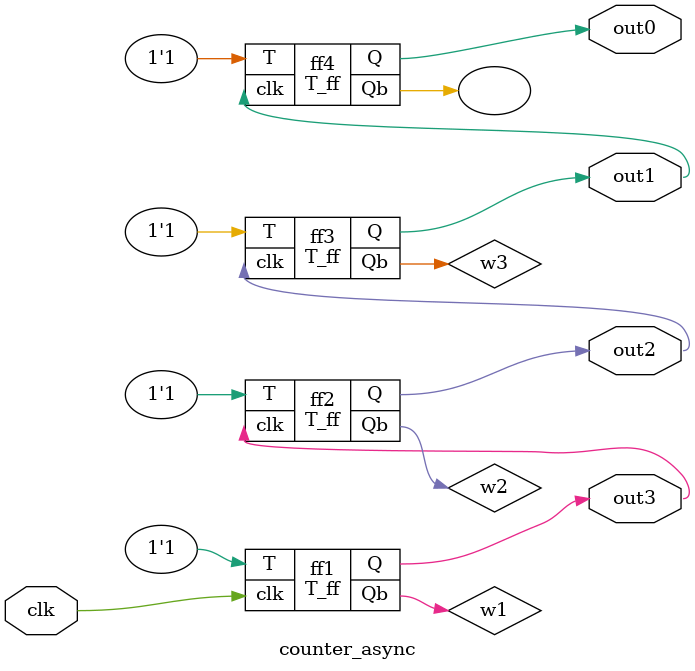
<source format=v>


module T_ff(input T,clk, output reg Q,Qb);

initial Q=1; 
  always@(negedge clk)
  begin

	if(T) begin
	   Q<=~Q;
	   end
	else begin
	   Q<=Q; 
	   end
  Qb=~Q;	
  end
endmodule 	

module counter_async(input clk, output out0,out1,out2,out3);

wire w1,w2,w3;

T_ff ff1(.T(1),.clk(clk),.Q(out3),.Qb(w1));
T_ff ff2(.T(1),.clk(out3),.Q(out2),.Qb(w2));
T_ff ff3(.T(1),.clk(out2),.Q(out1),.Qb(w3));
T_ff ff4(.T(1),.clk(out1),.Q(out0),.Qb());


endmodule


</source>
